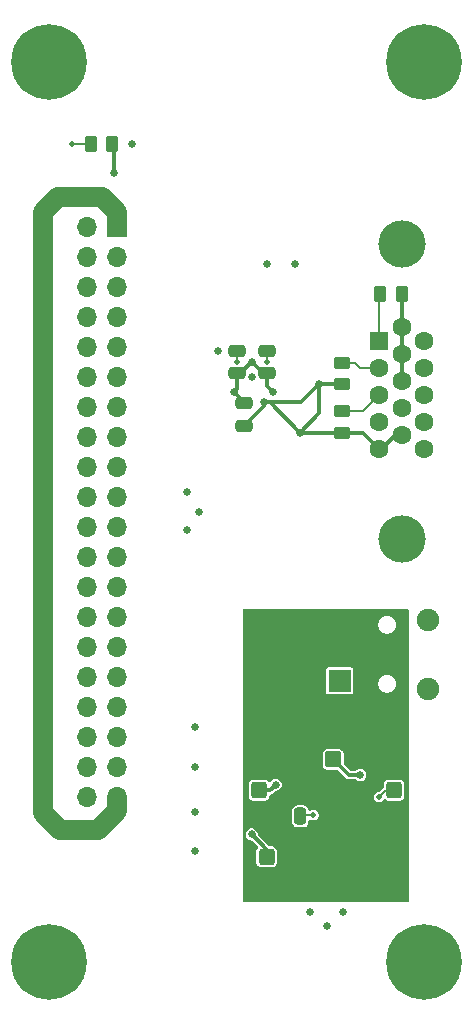
<source format=gbr>
%TF.GenerationSoftware,KiCad,Pcbnew,9.0.2+1*%
%TF.CreationDate,2025-07-26T23:55:51+01:00*%
%TF.ProjectId,ICE40HXDevBoardVGA,49434534-3048-4584-9465-76426f617264,rev?*%
%TF.SameCoordinates,Original*%
%TF.FileFunction,Copper,L4,Bot*%
%TF.FilePolarity,Positive*%
%FSLAX46Y46*%
G04 Gerber Fmt 4.6, Leading zero omitted, Abs format (unit mm)*
G04 Created by KiCad (PCBNEW 9.0.2+1) date 2025-07-26 23:55:51*
%MOMM*%
%LPD*%
G01*
G04 APERTURE LIST*
G04 Aperture macros list*
%AMRoundRect*
0 Rectangle with rounded corners*
0 $1 Rounding radius*
0 $2 $3 $4 $5 $6 $7 $8 $9 X,Y pos of 4 corners*
0 Add a 4 corners polygon primitive as box body*
4,1,4,$2,$3,$4,$5,$6,$7,$8,$9,$2,$3,0*
0 Add four circle primitives for the rounded corners*
1,1,$1+$1,$2,$3*
1,1,$1+$1,$4,$5*
1,1,$1+$1,$6,$7*
1,1,$1+$1,$8,$9*
0 Add four rect primitives between the rounded corners*
20,1,$1+$1,$2,$3,$4,$5,0*
20,1,$1+$1,$4,$5,$6,$7,0*
20,1,$1+$1,$6,$7,$8,$9,0*
20,1,$1+$1,$8,$9,$2,$3,0*%
G04 Aperture macros list end*
%TA.AperFunction,ComponentPad*%
%ADD10R,1.900000X1.900000*%
%TD*%
%TA.AperFunction,ComponentPad*%
%ADD11C,1.900000*%
%TD*%
%TA.AperFunction,ComponentPad*%
%ADD12C,6.400000*%
%TD*%
%TA.AperFunction,ComponentPad*%
%ADD13C,4.000000*%
%TD*%
%TA.AperFunction,ComponentPad*%
%ADD14R,1.600000X1.600000*%
%TD*%
%TA.AperFunction,ComponentPad*%
%ADD15C,1.600000*%
%TD*%
%TA.AperFunction,ComponentPad*%
%ADD16R,1.700000X1.700000*%
%TD*%
%TA.AperFunction,ComponentPad*%
%ADD17O,1.700000X1.700000*%
%TD*%
%TA.AperFunction,SMDPad,CuDef*%
%ADD18RoundRect,0.250000X0.250000X0.475000X-0.250000X0.475000X-0.250000X-0.475000X0.250000X-0.475000X0*%
%TD*%
%TA.AperFunction,SMDPad,CuDef*%
%ADD19RoundRect,0.250000X-0.450000X-0.425000X0.450000X-0.425000X0.450000X0.425000X-0.450000X0.425000X0*%
%TD*%
%TA.AperFunction,SMDPad,CuDef*%
%ADD20RoundRect,0.250000X-0.450000X0.262500X-0.450000X-0.262500X0.450000X-0.262500X0.450000X0.262500X0*%
%TD*%
%TA.AperFunction,SMDPad,CuDef*%
%ADD21RoundRect,0.250000X-0.475000X0.250000X-0.475000X-0.250000X0.475000X-0.250000X0.475000X0.250000X0*%
%TD*%
%TA.AperFunction,SMDPad,CuDef*%
%ADD22RoundRect,0.250000X-0.262500X-0.450000X0.262500X-0.450000X0.262500X0.450000X-0.262500X0.450000X0*%
%TD*%
%TA.AperFunction,SMDPad,CuDef*%
%ADD23RoundRect,0.250000X0.425000X-0.450000X0.425000X0.450000X-0.425000X0.450000X-0.425000X-0.450000X0*%
%TD*%
%TA.AperFunction,SMDPad,CuDef*%
%ADD24RoundRect,0.250000X-0.425000X0.450000X-0.425000X-0.450000X0.425000X-0.450000X0.425000X0.450000X0*%
%TD*%
%TA.AperFunction,ViaPad*%
%ADD25C,0.508000*%
%TD*%
%TA.AperFunction,ViaPad*%
%ADD26C,0.635000*%
%TD*%
%TA.AperFunction,Conductor*%
%ADD27C,0.190500*%
%TD*%
%TA.AperFunction,Conductor*%
%ADD28C,0.317500*%
%TD*%
%TA.AperFunction,Conductor*%
%ADD29C,1.651000*%
%TD*%
G04 APERTURE END LIST*
D10*
%TO.P,J3,R*%
%TO.N,Net-(C10-Pad1)*%
X107165000Y-122265000D03*
D11*
%TO.P,J3,S*%
%TO.N,GNDA*%
X107165000Y-117765000D03*
%TO.P,J3,T*%
%TO.N,Net-(C11-Pad1)*%
X114665000Y-122915000D03*
X114665000Y-117115000D03*
%TD*%
D12*
%TO.P,H4,1,1*%
%TO.N,GND*%
X114300000Y-146050000D03*
%TD*%
%TO.P,H3,1,1*%
%TO.N,GND*%
X82550000Y-146050000D03*
%TD*%
D13*
%TO.P,J2,0*%
%TO.N,GND*%
X112390000Y-110285000D03*
X112390000Y-85285000D03*
D14*
%TO.P,J2,1*%
%TO.N,/RED*%
X110500000Y-93470000D03*
D15*
%TO.P,J2,2*%
%TO.N,/GREEN*%
X110500000Y-95760000D03*
%TO.P,J2,3*%
%TO.N,/BLUE*%
X110500000Y-98050000D03*
%TO.P,J2,4*%
%TO.N,unconnected-(J2-Pad4)*%
X110500000Y-100340000D03*
%TO.P,J2,5*%
%TO.N,GND*%
X110500000Y-102630000D03*
%TO.P,J2,6*%
X112400000Y-92325000D03*
%TO.P,J2,7*%
X112400000Y-94615000D03*
%TO.P,J2,8*%
X112400000Y-96905000D03*
%TO.P,J2,9*%
%TO.N,unconnected-(J2-Pad9)*%
X112400000Y-99195000D03*
%TO.P,J2,10*%
%TO.N,GND*%
X112400000Y-101485000D03*
%TO.P,J2,11*%
%TO.N,unconnected-(J2-Pad11)*%
X114300000Y-93470000D03*
%TO.P,J2,12*%
%TO.N,unconnected-(J2-Pad12)*%
X114300000Y-95760000D03*
%TO.P,J2,13*%
%TO.N,Net-(J2-Pad13)*%
X114300000Y-98050000D03*
%TO.P,J2,14*%
%TO.N,Net-(J2-Pad14)*%
X114300000Y-100340000D03*
%TO.P,J2,15*%
%TO.N,unconnected-(J2-Pad15)*%
X114300000Y-102630000D03*
%TD*%
D16*
%TO.P,J1,1,Pin_1*%
%TO.N,+5V*%
X88265000Y-83820000D03*
D17*
%TO.P,J1,2,Pin_2*%
%TO.N,GND*%
X85725000Y-83820000D03*
%TO.P,J1,3,Pin_3*%
%TO.N,unconnected-(J1-Pin_3-Pad3)*%
X88265000Y-86360000D03*
%TO.P,J1,4,Pin_4*%
%TO.N,unconnected-(J1-Pin_4-Pad4)*%
X85725000Y-86360000D03*
%TO.P,J1,5,Pin_5*%
%TO.N,/RED0*%
X88265000Y-88900000D03*
%TO.P,J1,6,Pin_6*%
%TO.N,/RED1*%
X85725000Y-88900000D03*
%TO.P,J1,7,Pin_7*%
%TO.N,/RED2*%
X88265000Y-91440000D03*
%TO.P,J1,8,Pin_8*%
%TO.N,/RED3*%
X85725000Y-91440000D03*
%TO.P,J1,9,Pin_9*%
%TO.N,/RED4*%
X88265000Y-93980000D03*
%TO.P,J1,10,Pin_10*%
%TO.N,/RED5*%
X85725000Y-93980000D03*
%TO.P,J1,11,Pin_11*%
%TO.N,/GREEN0*%
X88265000Y-96520000D03*
%TO.P,J1,12,Pin_12*%
%TO.N,/GREEN1*%
X85725000Y-96520000D03*
%TO.P,J1,13,Pin_13*%
%TO.N,/GREEN2*%
X88265000Y-99060000D03*
%TO.P,J1,14,Pin_14*%
%TO.N,/GREEN3*%
X85725000Y-99060000D03*
%TO.P,J1,15,Pin_15*%
%TO.N,/GREEN4*%
X88265000Y-101600000D03*
%TO.P,J1,16,Pin_16*%
%TO.N,/GREEN5*%
X85725000Y-101600000D03*
%TO.P,J1,17,Pin_17*%
%TO.N,/~{VGABLANK}*%
X88265000Y-104140000D03*
%TO.P,J1,18,Pin_18*%
%TO.N,/BLUE0*%
X85725000Y-104140000D03*
%TO.P,J1,19,Pin_19*%
%TO.N,+3V3*%
X88265000Y-106680000D03*
%TO.P,J1,20,Pin_20*%
%TO.N,GND*%
X85725000Y-106680000D03*
%TO.P,J1,21,Pin_21*%
%TO.N,+3V3*%
X88265000Y-109220000D03*
%TO.P,J1,22,Pin_22*%
%TO.N,GND*%
X85725000Y-109220000D03*
%TO.P,J1,23,Pin_23*%
%TO.N,/BLUE1*%
X88265000Y-111760000D03*
%TO.P,J1,24,Pin_24*%
%TO.N,/BLUE2*%
X85725000Y-111760000D03*
%TO.P,J1,25,Pin_25*%
%TO.N,/BLUE3*%
X88265000Y-114300000D03*
%TO.P,J1,26,Pin_26*%
%TO.N,/BLUE4*%
X85725000Y-114300000D03*
%TO.P,J1,27,Pin_27*%
%TO.N,/BLUE5*%
X88265000Y-116840000D03*
%TO.P,J1,28,Pin_28*%
%TO.N,/DACCLK*%
X85725000Y-116840000D03*
%TO.P,J1,29,Pin_29*%
%TO.N,/VSYNC*%
X88265000Y-119380000D03*
%TO.P,J1,30,Pin_30*%
%TO.N,/I2SMUTE*%
X85725000Y-119380000D03*
%TO.P,J1,31,Pin_31*%
%TO.N,/HSYNC*%
X88265000Y-121920000D03*
%TO.P,J1,32,Pin_32*%
%TO.N,unconnected-(J1-Pin_32-Pad32)*%
X85725000Y-121920000D03*
%TO.P,J1,33,Pin_33*%
%TO.N,/I2SBCK*%
X88265000Y-124460000D03*
%TO.P,J1,34,Pin_34*%
%TO.N,unconnected-(J1-Pin_34-Pad34)*%
X85725000Y-124460000D03*
%TO.P,J1,35,Pin_35*%
%TO.N,/I2SDIN*%
X88265000Y-127000000D03*
%TO.P,J1,36,Pin_36*%
%TO.N,unconnected-(J1-Pin_36-Pad36)*%
X85725000Y-127000000D03*
%TO.P,J1,37,Pin_37*%
%TO.N,/I2SLRCK*%
X88265000Y-129540000D03*
%TO.P,J1,38,Pin_38*%
%TO.N,unconnected-(J1-Pin_38-Pad38)*%
X85725000Y-129540000D03*
%TO.P,J1,39,Pin_39*%
%TO.N,+5V*%
X88265000Y-132080000D03*
%TO.P,J1,40,Pin_40*%
%TO.N,GND*%
X85725000Y-132080000D03*
%TD*%
D12*
%TO.P,H2,1,1*%
%TO.N,GND*%
X114300000Y-69850000D03*
%TD*%
%TO.P,H1,1,1*%
%TO.N,GND*%
X82550000Y-69850000D03*
%TD*%
D18*
%TO.P,C7,1*%
%TO.N,Net-(U2-VNEG)*%
X103820000Y-133731000D03*
%TO.P,C7,2*%
%TO.N,GNDA*%
X101920000Y-133731000D03*
%TD*%
D19*
%TO.P,C12,1*%
%TO.N,/I2S/DVDD*%
X106600000Y-128905000D03*
%TO.P,C12,2*%
%TO.N,GNDA*%
X109300000Y-128905000D03*
%TD*%
D20*
%TO.P,R4,1*%
%TO.N,/BLUE*%
X107315000Y-99417500D03*
%TO.P,R4,2*%
%TO.N,GND*%
X107315000Y-101242500D03*
%TD*%
D21*
%TO.P,C2,1*%
%TO.N,Net-(U1D-VREF)*%
X98425000Y-94300000D03*
%TO.P,C2,2*%
%TO.N,+3.3VDAC*%
X98425000Y-96200000D03*
%TD*%
D22*
%TO.P,R12,1*%
%TO.N,Net-(D1-K)*%
X86082500Y-76835000D03*
%TO.P,R12,2*%
%TO.N,GND*%
X87907500Y-76835000D03*
%TD*%
D23*
%TO.P,C4,1*%
%TO.N,/I2S/CPVDD*%
X100330000Y-131525000D03*
%TO.P,C4,2*%
%TO.N,GNDA*%
X100330000Y-128825000D03*
%TD*%
D20*
%TO.P,R3,1*%
%TO.N,/GREEN*%
X107315000Y-95330000D03*
%TO.P,R3,2*%
%TO.N,GND*%
X107315000Y-97155000D03*
%TD*%
D22*
%TO.P,R1,1*%
%TO.N,/RED*%
X110593500Y-89535000D03*
%TO.P,R1,2*%
%TO.N,GND*%
X112418500Y-89535000D03*
%TD*%
D21*
%TO.P,C3,1*%
%TO.N,+3.3VDAC*%
X99060000Y-98745000D03*
%TO.P,C3,2*%
%TO.N,GND*%
X99060000Y-100645000D03*
%TD*%
%TO.P,C1,1*%
%TO.N,Net-(U1D-COMP)*%
X100965000Y-94300000D03*
%TO.P,C1,2*%
%TO.N,+3.3VDAC*%
X100965000Y-96200000D03*
%TD*%
D24*
%TO.P,C8,1*%
%TO.N,/I2S/AVDD*%
X100965000Y-137160000D03*
%TO.P,C8,2*%
%TO.N,GNDA*%
X100965000Y-139860000D03*
%TD*%
D23*
%TO.P,C13,1*%
%TO.N,/I2S/LDOO*%
X111760000Y-131525000D03*
%TO.P,C13,2*%
%TO.N,GNDA*%
X111760000Y-128825000D03*
%TD*%
D25*
%TO.N,Net-(U1D-COMP)*%
X100965000Y-95250000D03*
D26*
%TO.N,+3V3*%
X94945000Y-136652000D03*
X94945000Y-126187000D03*
X94945000Y-129540000D03*
X94945000Y-133350000D03*
X89535000Y-76835000D03*
D25*
%TO.N,Net-(U1D-VREF)*%
X98425000Y-95250000D03*
D26*
%TO.N,GND*%
X105410000Y-97155000D03*
X88011000Y-79248000D03*
X99695000Y-96520000D03*
X104648000Y-141859000D03*
X100711000Y-98679000D03*
X103782500Y-101242500D03*
X107442000Y-141859000D03*
X96837500Y-94297500D03*
X106045000Y-143002000D03*
X103378000Y-86995000D03*
%TO.N,+3.3VDAC*%
X95250000Y-107950000D03*
X94234000Y-109474000D03*
X100965000Y-86995000D03*
X99695000Y-95250000D03*
X94234000Y-106299000D03*
X101473000Y-97790000D03*
X98171000Y-97790000D03*
%TO.N,/I2S/CPVDD*%
X101731000Y-131060000D03*
%TO.N,GNDA*%
X104775000Y-132360000D03*
X107315000Y-133664050D03*
X99735000Y-139700000D03*
X110490000Y-128905000D03*
X102108000Y-139700000D03*
X106045000Y-136779000D03*
X103251000Y-138557000D03*
X101600000Y-128905000D03*
X108966000Y-138557000D03*
D25*
%TO.N,Net-(U2-VNEG)*%
X104938375Y-133640375D03*
D26*
%TO.N,/I2S/AVDD*%
X99695000Y-135255000D03*
%TO.N,/I2S/DVDD*%
X108907500Y-130233500D03*
D25*
%TO.N,/I2S/LDOO*%
X110490000Y-132080000D03*
%TO.N,Net-(D1-K)*%
X84455000Y-76835000D03*
%TD*%
D27*
%TO.N,Net-(U1D-COMP)*%
X100965000Y-95250000D02*
X100965000Y-94300000D01*
%TO.N,Net-(U1D-VREF)*%
X98425000Y-95250000D02*
X98425000Y-94300000D01*
D28*
%TO.N,GND*%
X111875000Y-101485000D02*
X111984669Y-101485000D01*
X112400000Y-89553500D02*
X112400000Y-96905000D01*
X87907500Y-76835000D02*
X88011000Y-76938500D01*
X100711000Y-98679000D02*
X101219000Y-98679000D01*
X110500000Y-102630000D02*
X110730000Y-102630000D01*
X101219000Y-98679000D02*
X103782500Y-101242500D01*
X105410000Y-97155000D02*
X103886000Y-98679000D01*
X107315000Y-101242500D02*
X103782500Y-101242500D01*
X105410000Y-97155000D02*
X107315000Y-97155000D01*
X110730000Y-102630000D02*
X111875000Y-101485000D01*
X112418500Y-89535000D02*
X112400000Y-89553500D01*
X100711000Y-98994000D02*
X99060000Y-100645000D01*
X107315000Y-101242500D02*
X109112500Y-101242500D01*
X103886000Y-98679000D02*
X100711000Y-98679000D01*
X105410000Y-99615000D02*
X103782500Y-101242500D01*
X88011000Y-76938500D02*
X88011000Y-79248000D01*
X100711000Y-98679000D02*
X100711000Y-98994000D01*
X105410000Y-97155000D02*
X105410000Y-99615000D01*
X109112500Y-101242500D02*
X110500000Y-102630000D01*
%TO.N,+3.3VDAC*%
X98425000Y-96200000D02*
X98425000Y-97536000D01*
X98425000Y-96200000D02*
X98745000Y-96200000D01*
X100965000Y-97282000D02*
X101473000Y-97790000D01*
X98171000Y-97790000D02*
X99060000Y-98679000D01*
X100645000Y-96200000D02*
X100965000Y-96200000D01*
X99060000Y-98679000D02*
X99060000Y-98745000D01*
X98745000Y-96200000D02*
X99695000Y-95250000D01*
X98425000Y-97536000D02*
X98171000Y-97790000D01*
X100965000Y-96200000D02*
X100965000Y-97282000D01*
X99695000Y-95250000D02*
X100645000Y-96200000D01*
%TO.N,/I2S/CPVDD*%
X101266000Y-131525000D02*
X100330000Y-131525000D01*
X101731000Y-131060000D02*
X101266000Y-131525000D01*
%TO.N,GNDA*%
X103418000Y-132360000D02*
X104775000Y-132360000D01*
X100330000Y-128825000D02*
X101520000Y-128825000D01*
X110570000Y-128825000D02*
X110490000Y-128905000D01*
X109300000Y-128905000D02*
X110490000Y-128905000D01*
X99735000Y-139700000D02*
X100925000Y-139700000D01*
X101520000Y-128825000D02*
X101600000Y-128905000D01*
X111760000Y-128825000D02*
X110570000Y-128825000D01*
X102174000Y-133604000D02*
X103418000Y-132360000D01*
X102108000Y-139700000D02*
X100925000Y-139700000D01*
D27*
%TO.N,/RED*%
X110593500Y-89535000D02*
X110490000Y-89638500D01*
X110490000Y-93064669D02*
X110084669Y-93470000D01*
X110490000Y-89638500D02*
X110490000Y-93064669D01*
%TO.N,/BLUE*%
X107315000Y-99417500D02*
X109132500Y-99417500D01*
X109132500Y-99417500D02*
X110500000Y-98050000D01*
%TO.N,/GREEN*%
X107315000Y-95330000D02*
X108411000Y-95330000D01*
X108411000Y-95330000D02*
X108841000Y-95760000D01*
X108841000Y-95760000D02*
X110084669Y-95760000D01*
%TO.N,Net-(U2-VNEG)*%
X104110375Y-133640375D02*
X104074000Y-133604000D01*
X104938375Y-133640375D02*
X104110375Y-133640375D01*
D28*
%TO.N,/I2S/AVDD*%
X100925000Y-136485000D02*
X100925000Y-137000000D01*
X99695000Y-135255000D02*
X100925000Y-136485000D01*
%TO.N,/I2S/DVDD*%
X107928500Y-130233500D02*
X106600000Y-128905000D01*
X108907500Y-130233500D02*
X107928500Y-130233500D01*
D27*
%TO.N,/I2S/LDOO*%
X111045000Y-131525000D02*
X110490000Y-132080000D01*
X111760000Y-131525000D02*
X111045000Y-131525000D01*
%TO.N,Net-(D1-K)*%
X86082500Y-76835000D02*
X84455000Y-76835000D01*
D29*
%TO.N,+5V*%
X83312000Y-81280000D02*
X86995000Y-81280000D01*
X88265000Y-82550000D02*
X88265000Y-83820000D01*
X86995000Y-81280000D02*
X88265000Y-82550000D01*
X82042000Y-82550000D02*
X83312000Y-81280000D01*
X83439000Y-134874000D02*
X82042000Y-133477000D01*
X88265000Y-132080000D02*
X88265000Y-133282081D01*
X88265000Y-133282081D02*
X86673081Y-134874000D01*
X86673081Y-134874000D02*
X83439000Y-134874000D01*
X82042000Y-133477000D02*
X82042000Y-82550000D01*
%TD*%
%TA.AperFunction,Conductor*%
%TO.N,GNDA*%
G36*
X112973039Y-116224685D02*
G01*
X113018794Y-116277489D01*
X113030000Y-116329000D01*
X113030000Y-140846000D01*
X113010315Y-140913039D01*
X112957511Y-140958794D01*
X112906000Y-140970000D01*
X99057000Y-140970000D01*
X98989961Y-140950315D01*
X98944206Y-140897511D01*
X98933000Y-140846000D01*
X98933000Y-135188055D01*
X99186500Y-135188055D01*
X99186500Y-135321945D01*
X99221153Y-135451274D01*
X99288099Y-135567226D01*
X99382774Y-135661901D01*
X99498726Y-135728847D01*
X99628055Y-135763500D01*
X99657517Y-135763500D01*
X99724556Y-135783185D01*
X99745198Y-135799819D01*
X100198182Y-136252803D01*
X100231667Y-136314126D01*
X100226683Y-136383818D01*
X100210271Y-136414118D01*
X100145702Y-136501605D01*
X100101793Y-136627090D01*
X100099000Y-136656877D01*
X100099000Y-137663122D01*
X100101793Y-137692909D01*
X100101793Y-137692911D01*
X100101794Y-137692913D01*
X100145701Y-137818393D01*
X100145702Y-137818394D01*
X100224643Y-137925356D01*
X100287198Y-137971523D01*
X100331607Y-138004299D01*
X100457087Y-138048206D01*
X100469856Y-138049403D01*
X100486878Y-138051000D01*
X100486882Y-138051000D01*
X101443122Y-138051000D01*
X101458015Y-138049603D01*
X101472913Y-138048206D01*
X101598393Y-138004299D01*
X101705356Y-137925356D01*
X101784299Y-137818393D01*
X101828206Y-137692913D01*
X101831000Y-137663118D01*
X101831000Y-136656882D01*
X101828206Y-136627087D01*
X101784299Y-136501607D01*
X101719729Y-136414118D01*
X101705356Y-136394643D01*
X101598394Y-136315702D01*
X101598393Y-136315701D01*
X101472913Y-136271794D01*
X101472911Y-136271793D01*
X101472909Y-136271793D01*
X101443122Y-136269000D01*
X101443118Y-136269000D01*
X101254984Y-136269000D01*
X101187945Y-136249315D01*
X101167303Y-136232681D01*
X100239819Y-135305197D01*
X100206334Y-135243874D01*
X100203500Y-135217516D01*
X100203500Y-135188057D01*
X100203500Y-135188055D01*
X100168847Y-135058726D01*
X100101901Y-134942774D01*
X100007226Y-134848099D01*
X99891274Y-134781153D01*
X99761945Y-134746500D01*
X99628055Y-134746500D01*
X99498725Y-134781153D01*
X99382774Y-134848099D01*
X99382771Y-134848101D01*
X99288101Y-134942771D01*
X99288099Y-134942774D01*
X99221153Y-135058725D01*
X99221153Y-135058726D01*
X99186500Y-135188055D01*
X98933000Y-135188055D01*
X98933000Y-133202877D01*
X103129000Y-133202877D01*
X103129000Y-134259122D01*
X103131793Y-134288909D01*
X103131793Y-134288911D01*
X103131794Y-134288913D01*
X103175701Y-134414393D01*
X103175702Y-134414394D01*
X103254643Y-134521356D01*
X103317198Y-134567523D01*
X103361607Y-134600299D01*
X103487087Y-134644206D01*
X103499856Y-134645403D01*
X103516878Y-134647000D01*
X103516882Y-134647000D01*
X104123122Y-134647000D01*
X104138015Y-134645603D01*
X104152913Y-134644206D01*
X104278393Y-134600299D01*
X104385356Y-134521356D01*
X104464299Y-134414393D01*
X104508206Y-134288913D01*
X104511000Y-134259118D01*
X104511000Y-134122245D01*
X104530685Y-134055206D01*
X104583489Y-134009451D01*
X104652647Y-133999507D01*
X104696998Y-134014858D01*
X104766611Y-134055049D01*
X104879790Y-134085375D01*
X104879792Y-134085375D01*
X104996958Y-134085375D01*
X104996960Y-134085375D01*
X105110139Y-134055049D01*
X105211611Y-133996464D01*
X105294464Y-133913611D01*
X105353049Y-133812139D01*
X105383375Y-133698960D01*
X105383375Y-133581790D01*
X105353049Y-133468611D01*
X105294464Y-133367139D01*
X105211611Y-133284286D01*
X105110139Y-133225701D01*
X104996960Y-133195375D01*
X104879790Y-133195375D01*
X104766611Y-133225701D01*
X104766608Y-133225702D01*
X104693568Y-133267872D01*
X104625667Y-133284345D01*
X104559641Y-133261492D01*
X104516450Y-133206571D01*
X104510123Y-133180390D01*
X104509816Y-133180458D01*
X104508206Y-133173090D01*
X104508206Y-133173087D01*
X104464299Y-133047607D01*
X104431523Y-133003198D01*
X104385356Y-132940643D01*
X104278394Y-132861702D01*
X104278393Y-132861701D01*
X104152913Y-132817794D01*
X104152911Y-132817793D01*
X104152909Y-132817793D01*
X104123122Y-132815000D01*
X104123118Y-132815000D01*
X103516882Y-132815000D01*
X103516878Y-132815000D01*
X103487090Y-132817793D01*
X103487087Y-132817793D01*
X103487087Y-132817794D01*
X103361607Y-132861701D01*
X103361606Y-132861701D01*
X103361605Y-132861702D01*
X103254643Y-132940643D01*
X103175702Y-133047605D01*
X103131793Y-133173090D01*
X103129000Y-133202877D01*
X98933000Y-133202877D01*
X98933000Y-131021877D01*
X99464000Y-131021877D01*
X99464000Y-132028122D01*
X99466793Y-132057909D01*
X99466793Y-132057911D01*
X99466794Y-132057913D01*
X99510701Y-132183393D01*
X99510702Y-132183394D01*
X99589643Y-132290356D01*
X99652198Y-132336523D01*
X99696607Y-132369299D01*
X99822087Y-132413206D01*
X99834856Y-132414403D01*
X99851878Y-132416000D01*
X99851882Y-132416000D01*
X100808122Y-132416000D01*
X100823015Y-132414603D01*
X100837913Y-132413206D01*
X100963393Y-132369299D01*
X101070356Y-132290356D01*
X101149299Y-132183393D01*
X101193206Y-132057913D01*
X101196000Y-132028118D01*
X101196000Y-132021415D01*
X110045000Y-132021415D01*
X110045000Y-132138585D01*
X110075326Y-132251764D01*
X110133911Y-132353236D01*
X110216764Y-132436089D01*
X110318236Y-132494674D01*
X110431415Y-132525000D01*
X110431417Y-132525000D01*
X110548583Y-132525000D01*
X110548585Y-132525000D01*
X110661764Y-132494674D01*
X110763236Y-132436089D01*
X110846089Y-132353236D01*
X110854024Y-132339492D01*
X110904586Y-132291279D01*
X110973192Y-132278053D01*
X111035044Y-132301722D01*
X111126607Y-132369299D01*
X111252087Y-132413206D01*
X111264856Y-132414403D01*
X111281878Y-132416000D01*
X111281882Y-132416000D01*
X112238122Y-132416000D01*
X112253015Y-132414603D01*
X112267913Y-132413206D01*
X112393393Y-132369299D01*
X112500356Y-132290356D01*
X112579299Y-132183393D01*
X112623206Y-132057913D01*
X112626000Y-132028118D01*
X112626000Y-131021882D01*
X112623206Y-130992087D01*
X112579299Y-130866607D01*
X112517834Y-130783325D01*
X112500356Y-130759643D01*
X112393394Y-130680702D01*
X112393393Y-130680701D01*
X112267913Y-130636794D01*
X112267911Y-130636793D01*
X112267909Y-130636793D01*
X112238122Y-130634000D01*
X112238118Y-130634000D01*
X111281882Y-130634000D01*
X111281878Y-130634000D01*
X111252090Y-130636793D01*
X111252087Y-130636793D01*
X111252087Y-130636794D01*
X111126607Y-130680701D01*
X111126606Y-130680701D01*
X111126605Y-130680702D01*
X111019643Y-130759643D01*
X110940702Y-130866605D01*
X110896793Y-130992090D01*
X110894000Y-131021877D01*
X110894000Y-131219818D01*
X110874315Y-131286857D01*
X110857681Y-131307499D01*
X110566499Y-131598682D01*
X110505179Y-131632166D01*
X110478820Y-131635000D01*
X110431415Y-131635000D01*
X110318236Y-131665326D01*
X110318233Y-131665327D01*
X110216767Y-131723909D01*
X110216761Y-131723913D01*
X110133913Y-131806761D01*
X110133909Y-131806767D01*
X110075327Y-131908233D01*
X110075326Y-131908236D01*
X110045000Y-132021415D01*
X101196000Y-132021415D01*
X101196000Y-131998751D01*
X101215685Y-131931712D01*
X101268489Y-131885957D01*
X101304296Y-131878167D01*
X101303986Y-131875812D01*
X101312042Y-131874751D01*
X101312045Y-131874751D01*
X101400999Y-131850915D01*
X101432698Y-131832613D01*
X101432700Y-131832613D01*
X101480745Y-131804874D01*
X101480744Y-131804874D01*
X101480752Y-131804870D01*
X101545870Y-131739752D01*
X101545870Y-131739750D01*
X101556070Y-131729551D01*
X101556073Y-131729546D01*
X101680803Y-131604817D01*
X101742126Y-131571334D01*
X101768483Y-131568500D01*
X101797943Y-131568500D01*
X101797945Y-131568500D01*
X101927274Y-131533847D01*
X102043226Y-131466901D01*
X102137901Y-131372226D01*
X102204847Y-131256274D01*
X102239500Y-131126945D01*
X102239500Y-130993055D01*
X102204847Y-130863726D01*
X102137901Y-130747774D01*
X102043226Y-130653099D01*
X101927274Y-130586153D01*
X101797945Y-130551500D01*
X101664055Y-130551500D01*
X101534725Y-130586153D01*
X101418774Y-130653099D01*
X101418771Y-130653101D01*
X101324101Y-130747771D01*
X101324099Y-130747774D01*
X101303573Y-130783325D01*
X101253004Y-130831539D01*
X101184397Y-130844760D01*
X101119533Y-130818791D01*
X101096419Y-130794959D01*
X101070356Y-130759644D01*
X101046449Y-130742000D01*
X100963394Y-130680702D01*
X100963393Y-130680701D01*
X100837913Y-130636794D01*
X100837911Y-130636793D01*
X100837909Y-130636793D01*
X100808122Y-130634000D01*
X100808118Y-130634000D01*
X99851882Y-130634000D01*
X99851878Y-130634000D01*
X99822090Y-130636793D01*
X99822087Y-130636793D01*
X99822087Y-130636794D01*
X99696607Y-130680701D01*
X99696606Y-130680701D01*
X99696605Y-130680702D01*
X99589643Y-130759643D01*
X99510702Y-130866605D01*
X99466793Y-130992090D01*
X99464000Y-131021877D01*
X98933000Y-131021877D01*
X98933000Y-128426877D01*
X105709000Y-128426877D01*
X105709000Y-129383122D01*
X105711793Y-129412909D01*
X105711793Y-129412911D01*
X105711794Y-129412913D01*
X105755701Y-129538393D01*
X105755702Y-129538394D01*
X105834643Y-129645356D01*
X105897198Y-129691523D01*
X105941607Y-129724299D01*
X106067087Y-129768206D01*
X106079856Y-129769403D01*
X106096878Y-129771000D01*
X106096882Y-129771000D01*
X106920017Y-129771000D01*
X106987056Y-129790685D01*
X107007697Y-129807318D01*
X107713748Y-130513370D01*
X107793501Y-130559415D01*
X107882455Y-130583251D01*
X107882457Y-130583251D01*
X107982142Y-130583251D01*
X107982158Y-130583250D01*
X108486761Y-130583250D01*
X108553800Y-130602935D01*
X108574442Y-130619569D01*
X108595274Y-130640401D01*
X108711226Y-130707347D01*
X108840555Y-130742000D01*
X108840557Y-130742000D01*
X108974443Y-130742000D01*
X108974445Y-130742000D01*
X109103774Y-130707347D01*
X109219726Y-130640401D01*
X109314401Y-130545726D01*
X109381347Y-130429774D01*
X109416000Y-130300445D01*
X109416000Y-130166555D01*
X109381347Y-130037226D01*
X109314401Y-129921274D01*
X109219726Y-129826599D01*
X109103774Y-129759653D01*
X108974445Y-129725000D01*
X108840555Y-129725000D01*
X108711225Y-129759653D01*
X108595274Y-129826599D01*
X108595271Y-129826601D01*
X108574442Y-129847431D01*
X108513119Y-129880916D01*
X108486761Y-129883750D01*
X108124734Y-129883750D01*
X108057695Y-129864065D01*
X108037053Y-129847431D01*
X107527319Y-129337697D01*
X107493834Y-129276374D01*
X107491000Y-129250016D01*
X107491000Y-128426877D01*
X107488206Y-128397090D01*
X107488206Y-128397087D01*
X107444299Y-128271607D01*
X107411523Y-128227198D01*
X107365356Y-128164643D01*
X107258394Y-128085702D01*
X107258393Y-128085701D01*
X107132913Y-128041794D01*
X107132911Y-128041793D01*
X107132909Y-128041793D01*
X107103122Y-128039000D01*
X107103118Y-128039000D01*
X106096882Y-128039000D01*
X106096878Y-128039000D01*
X106067090Y-128041793D01*
X106067087Y-128041793D01*
X106067087Y-128041794D01*
X105941607Y-128085701D01*
X105941606Y-128085701D01*
X105941605Y-128085702D01*
X105834643Y-128164643D01*
X105755702Y-128271605D01*
X105711793Y-128397090D01*
X105709000Y-128426877D01*
X98933000Y-128426877D01*
X98933000Y-121296183D01*
X106024000Y-121296183D01*
X106024000Y-123233816D01*
X106035080Y-123289523D01*
X106035081Y-123289524D01*
X106077296Y-123352703D01*
X106140475Y-123394918D01*
X106140476Y-123394919D01*
X106196183Y-123405999D01*
X106196186Y-123406000D01*
X106196188Y-123406000D01*
X108133814Y-123406000D01*
X108133815Y-123405999D01*
X108147930Y-123403191D01*
X108189523Y-123394919D01*
X108189523Y-123394918D01*
X108189525Y-123394918D01*
X108252703Y-123352703D01*
X108294918Y-123289525D01*
X108294918Y-123289523D01*
X108294919Y-123289523D01*
X108305999Y-123233816D01*
X108306000Y-123233814D01*
X108306000Y-122588920D01*
X110414499Y-122588920D01*
X110443340Y-122733907D01*
X110443343Y-122733917D01*
X110499912Y-122870488D01*
X110499919Y-122870501D01*
X110582048Y-122993415D01*
X110582051Y-122993419D01*
X110686580Y-123097948D01*
X110686584Y-123097951D01*
X110809498Y-123180080D01*
X110809511Y-123180087D01*
X110939216Y-123233812D01*
X110946087Y-123236658D01*
X110946091Y-123236658D01*
X110946092Y-123236659D01*
X111091079Y-123265500D01*
X111091082Y-123265500D01*
X111238920Y-123265500D01*
X111336462Y-123246096D01*
X111383913Y-123236658D01*
X111520495Y-123180084D01*
X111643416Y-123097951D01*
X111747951Y-122993416D01*
X111830084Y-122870495D01*
X111886658Y-122733913D01*
X111915500Y-122588918D01*
X111915500Y-122441082D01*
X111915500Y-122441079D01*
X111886659Y-122296092D01*
X111886658Y-122296091D01*
X111886658Y-122296087D01*
X111886656Y-122296082D01*
X111830087Y-122159511D01*
X111830080Y-122159498D01*
X111747951Y-122036584D01*
X111747948Y-122036580D01*
X111643419Y-121932051D01*
X111643415Y-121932048D01*
X111520501Y-121849919D01*
X111520488Y-121849912D01*
X111383917Y-121793343D01*
X111383907Y-121793340D01*
X111238920Y-121764500D01*
X111238918Y-121764500D01*
X111091082Y-121764500D01*
X111091080Y-121764500D01*
X110946092Y-121793340D01*
X110946082Y-121793343D01*
X110809511Y-121849912D01*
X110809498Y-121849919D01*
X110686584Y-121932048D01*
X110686580Y-121932051D01*
X110582051Y-122036580D01*
X110582048Y-122036584D01*
X110499919Y-122159498D01*
X110499912Y-122159511D01*
X110443343Y-122296082D01*
X110443340Y-122296092D01*
X110414500Y-122441079D01*
X110414500Y-122441082D01*
X110414500Y-122588918D01*
X110414500Y-122588920D01*
X110414499Y-122588920D01*
X108306000Y-122588920D01*
X108306000Y-121296185D01*
X108305999Y-121296183D01*
X108294919Y-121240476D01*
X108294918Y-121240475D01*
X108252703Y-121177296D01*
X108189524Y-121135081D01*
X108189523Y-121135080D01*
X108133816Y-121124000D01*
X108133812Y-121124000D01*
X106196188Y-121124000D01*
X106196183Y-121124000D01*
X106140476Y-121135080D01*
X106140475Y-121135081D01*
X106077296Y-121177296D01*
X106035081Y-121240475D01*
X106035080Y-121240476D01*
X106024000Y-121296183D01*
X98933000Y-121296183D01*
X98933000Y-117588920D01*
X110414499Y-117588920D01*
X110443340Y-117733907D01*
X110443343Y-117733917D01*
X110499912Y-117870488D01*
X110499919Y-117870501D01*
X110582048Y-117993415D01*
X110582051Y-117993419D01*
X110686580Y-118097948D01*
X110686584Y-118097951D01*
X110809498Y-118180080D01*
X110809511Y-118180087D01*
X110946082Y-118236656D01*
X110946087Y-118236658D01*
X110946091Y-118236658D01*
X110946092Y-118236659D01*
X111091079Y-118265500D01*
X111091082Y-118265500D01*
X111238920Y-118265500D01*
X111336462Y-118246096D01*
X111383913Y-118236658D01*
X111520495Y-118180084D01*
X111643416Y-118097951D01*
X111747951Y-117993416D01*
X111830084Y-117870495D01*
X111886658Y-117733913D01*
X111915500Y-117588918D01*
X111915500Y-117441082D01*
X111915500Y-117441079D01*
X111886659Y-117296092D01*
X111886658Y-117296091D01*
X111886658Y-117296087D01*
X111886656Y-117296082D01*
X111830087Y-117159511D01*
X111830080Y-117159498D01*
X111747951Y-117036584D01*
X111747948Y-117036580D01*
X111643419Y-116932051D01*
X111643415Y-116932048D01*
X111520501Y-116849919D01*
X111520488Y-116849912D01*
X111383917Y-116793343D01*
X111383907Y-116793340D01*
X111238920Y-116764500D01*
X111238918Y-116764500D01*
X111091082Y-116764500D01*
X111091080Y-116764500D01*
X110946092Y-116793340D01*
X110946082Y-116793343D01*
X110809511Y-116849912D01*
X110809498Y-116849919D01*
X110686584Y-116932048D01*
X110686580Y-116932051D01*
X110582051Y-117036580D01*
X110582048Y-117036584D01*
X110499919Y-117159498D01*
X110499912Y-117159511D01*
X110443343Y-117296082D01*
X110443340Y-117296092D01*
X110414500Y-117441079D01*
X110414500Y-117441082D01*
X110414500Y-117588918D01*
X110414500Y-117588920D01*
X110414499Y-117588920D01*
X98933000Y-117588920D01*
X98933000Y-116329000D01*
X98952685Y-116261961D01*
X99005489Y-116216206D01*
X99057000Y-116205000D01*
X112906000Y-116205000D01*
X112973039Y-116224685D01*
G37*
%TD.AperFunction*%
%TD*%
M02*

</source>
